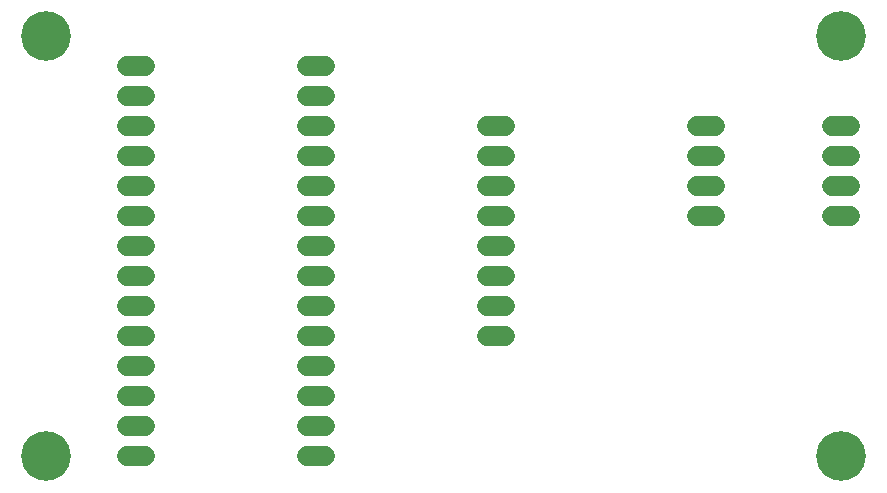
<source format=gbr>
G04 EAGLE Gerber RS-274X export*
G75*
%MOMM*%
%FSLAX34Y34*%
%LPD*%
%INSoldermask Top*%
%IPPOS*%
%AMOC8*
5,1,8,0,0,1.08239X$1,22.5*%
G01*
%ADD10C,4.203191*%
%ADD11C,1.727200*%


D10*
X50800Y50800D03*
X723900Y50800D03*
X50800Y406400D03*
X723900Y406400D03*
D11*
X134620Y330200D02*
X119380Y330200D01*
X119380Y355600D02*
X134620Y355600D01*
X134620Y381000D02*
X119380Y381000D01*
X119380Y304800D02*
X134620Y304800D01*
X134620Y279400D02*
X119380Y279400D01*
X119380Y254000D02*
X134620Y254000D01*
X134620Y228600D02*
X119380Y228600D01*
X119380Y203200D02*
X134620Y203200D01*
X134620Y177800D02*
X119380Y177800D01*
X119380Y152400D02*
X134620Y152400D01*
X134620Y127000D02*
X119380Y127000D01*
X119380Y101600D02*
X134620Y101600D01*
X134620Y76200D02*
X119380Y76200D01*
X119380Y50800D02*
X134620Y50800D01*
X271780Y330200D02*
X287020Y330200D01*
X287020Y355600D02*
X271780Y355600D01*
X271780Y381000D02*
X287020Y381000D01*
X287020Y304800D02*
X271780Y304800D01*
X271780Y279400D02*
X287020Y279400D01*
X287020Y254000D02*
X271780Y254000D01*
X271780Y228600D02*
X287020Y228600D01*
X287020Y203200D02*
X271780Y203200D01*
X271780Y177800D02*
X287020Y177800D01*
X287020Y152400D02*
X271780Y152400D01*
X271780Y127000D02*
X287020Y127000D01*
X287020Y101600D02*
X271780Y101600D01*
X271780Y76200D02*
X287020Y76200D01*
X287020Y50800D02*
X271780Y50800D01*
X424180Y279400D02*
X439420Y279400D01*
X439420Y304800D02*
X424180Y304800D01*
X424180Y330200D02*
X439420Y330200D01*
X439420Y254000D02*
X424180Y254000D01*
X424180Y228600D02*
X439420Y228600D01*
X439420Y203200D02*
X424180Y203200D01*
X424180Y177800D02*
X439420Y177800D01*
X439420Y152400D02*
X424180Y152400D01*
X601980Y279400D02*
X617220Y279400D01*
X617220Y304800D02*
X601980Y304800D01*
X601980Y330200D02*
X617220Y330200D01*
X617220Y254000D02*
X601980Y254000D01*
X716280Y279400D02*
X731520Y279400D01*
X731520Y304800D02*
X716280Y304800D01*
X716280Y330200D02*
X731520Y330200D01*
X731520Y254000D02*
X716280Y254000D01*
M02*

</source>
